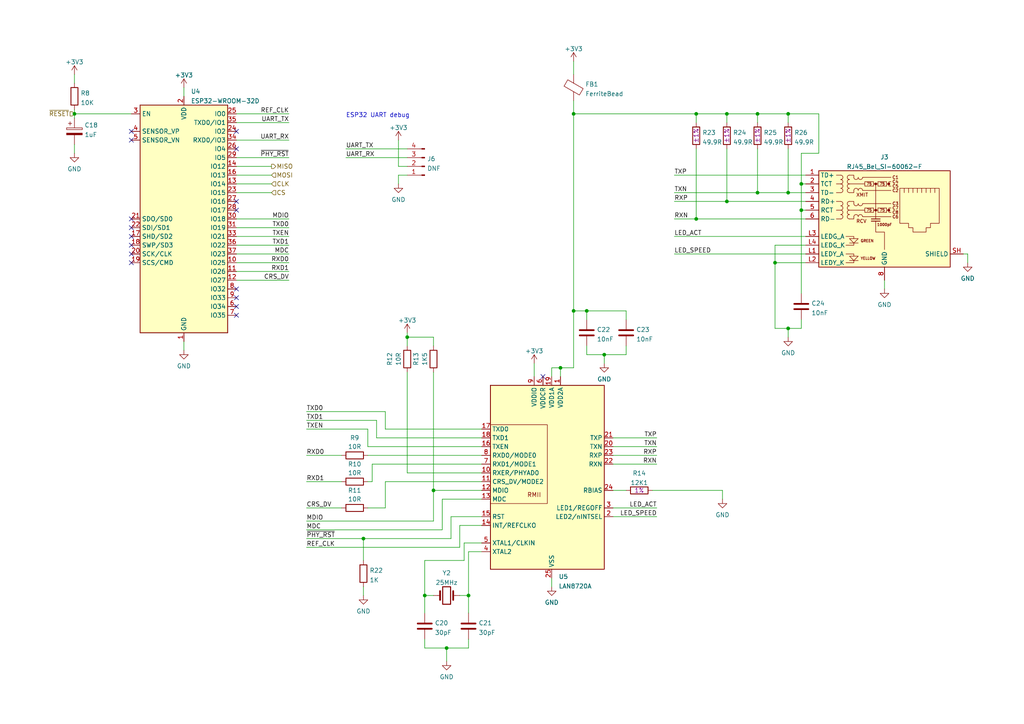
<source format=kicad_sch>
(kicad_sch (version 20211123) (generator eeschema)
  (paper "A4")
  (title_block (title "Main Board") (date "2022-03-18") (rev "V1.1.0") (company "Matthew Nickson") (comment 1 "Licence: CC-BY-SA-4.0"))
  (lib_symbols
    (symbol "Connector:Conn_01x04_Male" (pin_names (offset 1.016) hide)
      (property "Reference" "J" (at 0 5.08 0))
      (property "Value" "Conn_01x04_Male" (at 0 -7.62 0))
      (symbol "Conn_01x04_Male_1_1"
        (polyline (pts (xy 1.27 -5.08) (xy 0.8636 -5.08)) (stroke (width 0.1524)))
        (polyline (pts (xy 1.27 -2.54) (xy 0.8636 -2.54)) (stroke (width 0.1524)))
        (polyline (pts (xy 1.27 0) (xy 0.8636 0)) (stroke (width 0.1524)))
        (polyline (pts (xy 1.27 2.54) (xy 0.8636 2.54)) (stroke (width 0.1524)))
        (rectangle (start 0.8636 -4.953) (end 0 -5.207) (stroke (width 0.1524)) (fill (type outline)))
        (rectangle (start 0.8636 -2.413) (end 0 -2.667) (stroke (width 0.1524)) (fill (type outline)))
        (rectangle (start 0.8636 0.127) (end 0 -0.127) (stroke (width 0.1524)) (fill (type outline)))
        (rectangle (start 0.8636 2.667) (end 0 2.413) (stroke (width 0.1524)) (fill (type outline)))
        (pin passive line (at 5.08 2.54 180) (length 3.81) (name "Pin_1") (number "1"))
        (pin passive line (at 5.08 0 180) (length 3.81) (name "Pin_2") (number "2"))
        (pin passive line (at 5.08 -2.54 180) (length 3.81) (name "Pin_3") (number "3"))
        (pin passive line (at 5.08 -5.08 180) (length 3.81) (name "Pin_4") (number "4"))
      )
    )
    (symbol "Connector:RJ45_Bel_SI-60062-F"
      (property "Reference" "J" (at 19.05 15.24 0))
      (property "Value" "RJ45_Bel_SI-60062-F" (at -19.05 15.24 0))
      (symbol "RJ45_Bel_SI-60062-F_0_0"
        (circle (center -2.54 2.54) (radius 0.254) (stroke (width 0.254)) (fill (type outline)))
        (circle (center -2.54 10.16) (radius 0.254) (stroke (width 0.254)) (fill (type outline)))
        (polyline (pts (xy -7.62 -12.065) (xy -10.16 -12.065)))
        (polyline (pts (xy -7.62 -6.985) (xy -10.16 -6.985)))
        (polyline (pts (xy -2.54 10.16) (xy -2.54 0)))
        (polyline (pts (xy -1.27 -0.635) (xy -3.81 -0.635)) (stroke (width 0.254)))
        (polyline (pts (xy -1.27 0) (xy -3.81 0)) (stroke (width 0.254)))
        (polyline (pts (xy 1.27 2.54) (xy 0.635 2.54)))
        (polyline (pts (xy 1.27 10.16) (xy 0.635 10.16)))
        (polyline (pts (xy -11.176 -12.7) (xy -8.89 -12.7) (xy -8.89 -12.065)))
        (polyline (pts (xy -11.176 -10.16) (xy -8.89 -10.16) (xy -8.89 -10.795)))
        (polyline (pts (xy -11.176 -5.08) (xy -8.89 -5.08) (xy -8.89 -5.715)))
        (polyline (pts (xy -8.89 -6.985) (xy -8.89 -7.62) (xy -11.176 -7.62)))
        (polyline (pts (xy -10.16 -5.715) (xy -7.62 -5.715) (xy -8.89 -6.985) (xy -10.16 -5.715)))
        (polyline (pts (xy -7.62 -10.795) (xy -10.16 -10.795) (xy -8.89 -12.065) (xy -7.62 -10.795)))
        (polyline (pts (xy -2.54 -0.635) (xy -2.54 -3.81) (xy 0 -3.81) (xy 0 -8.89)))
        (polyline (pts (xy 1.905 3.175) (xy 1.27 3.175) (xy 1.27 1.905) (xy 1.905 1.905)))
        (polyline (pts (xy 1.905 10.795) (xy 1.27 10.795) (xy 1.27 9.525) (xy 1.905 9.525)))
        (circle (center 1.27 2.54) (radius 0.254) (stroke (width 0.254)) (fill (type outline)))
        (circle (center 1.27 10.16) (radius 0.254) (stroke (width 0.254)) (fill (type outline)))
        (text "1000pF" (at 0 -1.651 0) (effects (font (size 0.762 0.762))))
        (text "75" (at -4.445 2.54 0) (effects (font (size 0.762 0.762))))
        (text "75" (at -4.445 10.16 0) (effects (font (size 0.762 0.762))))
        (text "75" (at -0.635 2.54 0) (effects (font (size 0.762 0.762))))
        (text "75" (at -0.635 10.16 0) (effects (font (size 0.762 0.762))))
        (text "C1" (at 3.175 12.065 0) (effects (font (size 0.889 0.889))))
        (text "C2" (at 3.175 8.255 0) (effects (font (size 0.889 0.889))))
        (text "C3" (at 3.175 4.445 0) (effects (font (size 0.889 0.889))))
        (text "C4" (at 3.175 10.795 0) (effects (font (size 0.889 0.889))))
        (text "C5" (at 3.175 9.525 0) (effects (font (size 0.889 0.889))))
        (text "C6" (at 3.175 0.635 0) (effects (font (size 0.889 0.889))))
        (text "C7" (at 3.175 3.175 0) (effects (font (size 0.889 0.889))))
        (text "C8" (at 3.175 1.905 0) (effects (font (size 0.889 0.889))))
        (text "GREEN" (at -6.985 -6.35 0) (effects (font (size 0.762 0.762)) (justify left)))
        (text "RCV" (at -8.255 -0.635 0) (effects (font (size 1.016 1.016)) (justify left)))
        (text "XMIT" (at -8.255 6.985 0) (effects (font (size 1.016 1.016)) (justify left)))
        (text "YELLOW" (at -6.985 -11.43 0) (effects (font (size 0.762 0.762)) (justify left)))
      )
      (symbol "RJ45_Bel_SI-60062-F_0_1"
        (rectangle (start -19.05 -13.97) (end 19.05 13.97) (stroke (width 0.254)) (fill (type background)))
        (arc (start -12.7 0) (mid -12.065 0.635) (end -12.7 1.27))
        (arc (start -12.7 1.27) (mid -12.065 1.905) (end -12.7 2.54))
        (arc (start -12.7 2.54) (mid -12.065 3.175) (end -12.7 3.81))
        (arc (start -12.7 3.81) (mid -12.065 4.445) (end -12.7 5.08))
        (arc (start -12.7 7.62) (mid -12.065 8.255) (end -12.7 8.89))
        (arc (start -12.7 8.89) (mid -12.065 9.525) (end -12.7 10.16))
        (arc (start -12.7 10.16) (mid -12.065 10.795) (end -12.7 11.43))
        (arc (start -12.7 11.43) (mid -12.065 12.065) (end -12.7 12.7))
        (arc (start -10.16 1.27) (mid -10.795 0.635) (end -10.16 0))
        (arc (start -10.16 2.54) (mid -10.795 1.905) (end -10.16 1.27))
        (arc (start -10.16 3.81) (mid -10.795 3.175) (end -10.16 2.54))
        (arc (start -10.16 5.08) (mid -10.795 4.445) (end -10.16 3.81))
        (arc (start -10.16 8.89) (mid -10.795 8.255) (end -10.16 7.62))
        (arc (start -10.16 10.16) (mid -10.795 9.525) (end -10.16 8.89))
        (arc (start -10.16 11.43) (mid -10.795 10.795) (end -10.16 10.16))
        (arc (start -10.16 12.7) (mid -10.795 12.065) (end -10.16 11.43))
        (arc (start -8.89 4.445) (mid -8.255 3.81) (end -7.62 4.445))
        (arc (start -8.89 12.065) (mid -8.255 11.43) (end -7.62 12.065))
        (arc (start -7.62 0.635) (mid -8.255 1.27) (end -8.89 0.635))
        (arc (start -7.62 4.445) (mid -6.985 3.81) (end -6.35 4.445))
        (arc (start -7.62 8.255) (mid -8.255 8.89) (end -8.89 8.255))
        (arc (start -7.62 12.065) (mid -6.985 11.43) (end -6.35 12.065))
        (arc (start -6.35 0.635) (mid -6.985 1.27) (end -7.62 0.635))
        (arc (start -6.35 8.255) (mid -6.985 8.89) (end -7.62 8.255))
        (rectangle (start -5.715 3.175) (end -3.175 1.905))
        (rectangle (start -5.715 10.795) (end -3.175 9.525))
        (rectangle (start -1.905 3.175) (end 0.635 1.905))
        (rectangle (start -1.905 10.795) (end 0.635 9.525))
        (polyline (pts (xy -12.7 0) (xy -13.97 0)))
        (polyline (pts (xy -12.7 2.54) (xy -13.97 2.54)))
        (polyline (pts (xy -12.7 5.08) (xy -13.97 5.08)))
        (polyline (pts (xy -12.7 7.62) (xy -13.97 7.62)))
        (polyline (pts (xy -12.7 10.16) (xy -13.97 10.16)))
        (polyline (pts (xy -12.7 12.7) (xy -13.97 12.7)))
        (polyline (pts (xy -6.35 0.635) (xy 1.905 0.635)))
        (polyline (pts (xy -6.35 4.445) (xy 1.905 4.445)))
        (polyline (pts (xy -6.35 8.255) (xy 1.905 8.255)))
        (polyline (pts (xy -6.35 12.065) (xy 1.905 12.065)))
        (polyline (pts (xy -5.715 2.54) (xy -10.16 2.54)))
        (polyline (pts (xy -5.715 10.16) (xy -10.16 10.16)))
        (polyline (pts (xy -3.175 2.54) (xy -1.905 2.54)))
        (polyline (pts (xy -3.175 10.16) (xy -1.905 10.16)))
        (polyline (pts (xy 5.715 7.62) (xy 5.715 8.89)))
        (polyline (pts (xy 6.985 8.89) (xy 6.985 7.62)))
        (polyline (pts (xy 8.255 8.89) (xy 8.255 7.62)))
        (polyline (pts (xy 9.525 8.89) (xy 9.525 7.62)))
        (polyline (pts (xy 10.795 8.89) (xy 10.795 7.62)))
        (polyline (pts (xy 12.065 8.89) (xy 12.065 7.62)))
        (polyline (pts (xy 13.335 7.62) (xy 13.335 8.89)))
        (polyline (pts (xy 14.605 7.62) (xy 14.605 8.89)))
        (polyline (pts (xy -10.16 5.08) (xy -8.89 5.08) (xy -8.89 4.445)))
        (polyline (pts (xy -10.16 12.7) (xy -8.89 12.7) (xy -8.89 12.065)))
        (polyline (pts (xy -8.89 0.635) (xy -8.89 0) (xy -10.16 0)))
        (polyline (pts (xy -8.89 8.255) (xy -8.89 7.62) (xy -10.16 7.62)))
        (polyline (pts (xy 4.445 8.89) (xy 15.875 8.89) (xy 15.875 -1.27) (xy 13.335 -1.27) (xy 13.335 -2.54) (xy 12.065 -2.54) (xy 12.065 -3.81) (xy 8.255 -3.81) (xy 8.255 -2.54) (xy 6.985 -2.54) (xy 6.985 -1.27) (xy 4.445 -1.27) (xy 4.445 8.89)))
      )
      (symbol "RJ45_Bel_SI-60062-F_1_1"
        (pin passive line (at -22.86 12.7 0) (length 3.81) (name "TD+") (number "1"))
        (pin passive line (at -22.86 10.16 0) (length 3.81) (name "TCT") (number "2"))
        (pin passive line (at -22.86 7.62 0) (length 3.81) (name "TD-") (number "3"))
        (pin passive line (at -22.86 5.08 0) (length 3.81) (name "RD+") (number "4"))
        (pin passive line (at -22.86 2.54 0) (length 3.81) (name "RCT") (number "5"))
        (pin passive line (at -22.86 0 0) (length 3.81) (name "RD-") (number "6"))
        (pin no_connect line (at 5.08 -5.08 0) (length 0) hide (name "NC") (number "7"))
        (pin power_in line (at 0 -17.78 90) (length 3.81) (name "GND") (number "8"))
        (pin passive line (at -22.86 -10.16 0) (length 3.81) (name "LEDY_A") (number "L1"))
        (pin passive line (at -22.86 -12.7 0) (length 3.81) (name "LEDY_K") (number "L2"))
        (pin passive line (at -22.86 -5.08 0) (length 3.81) (name "LEDG_A") (number "L3"))
        (pin passive line (at -22.86 -7.62 0) (length 3.81) (name "LEDG_K") (number "L4"))
        (pin passive line (at 22.86 -10.16 180) (length 3.81) (name "SHIELD") (number "SH"))
      )
    )
    (symbol "Device:C" (pin_numbers hide) (pin_names (offset 0.254))
      (property "Reference" "C" (at 0.635 2.54 0))
      (property "Value" "C" (at 0.635 -2.54 0))
      (symbol "C_0_1"
        (polyline (pts (xy -2.032 -0.762) (xy 2.032 -0.762)) (stroke (width 0.508)))
        (polyline (pts (xy -2.032 0.762) (xy 2.032 0.762)) (stroke (width 0.508)))
      )
      (symbol "C_1_1"
        (pin passive line (at 0 3.81 270) (length 2.794) (name "~") (number "1"))
        (pin passive line (at 0 -3.81 90) (length 2.794) (name "~") (number "2"))
      )
    )
    (symbol "Device:C_Polarized" (pin_numbers hide) (pin_names (offset 0.254))
      (property "Reference" "C" (at 0.635 2.54 0))
      (property "Value" "C_Polarized" (at 0.635 -2.54 0))
      (symbol "C_Polarized_0_1"
        (rectangle (start -2.286 0.508) (end 2.286 1.016))
        (polyline (pts (xy -1.778 2.286) (xy -0.762 2.286)))
        (polyline (pts (xy -1.27 2.794) (xy -1.27 1.778)))
        (rectangle (start 2.286 -0.508) (end -2.286 -1.016) (fill (type outline)))
      )
      (symbol "C_Polarized_1_1"
        (pin passive line (at 0 3.81 270) (length 2.794) (name "~") (number "1"))
        (pin passive line (at 0 -3.81 90) (length 2.794) (name "~") (number "2"))
      )
    )
    (symbol "Device:Crystal" (pin_numbers hide) (pin_names (offset 1.016) hide)
      (property "Reference" "Y" (at 0 3.81 0))
      (property "Value" "Crystal" (at 0 -3.81 0))
      (symbol "Crystal_0_1"
        (rectangle (start -1.143 2.54) (end 1.143 -2.54) (stroke (width 0.3048)))
        (polyline (pts (xy -2.54 0) (xy -1.905 0)))
        (polyline (pts (xy -1.905 -1.27) (xy -1.905 1.27)) (stroke (width 0.508)))
        (polyline (pts (xy 1.905 -1.27) (xy 1.905 1.27)) (stroke (width 0.508)))
        (polyline (pts (xy 2.54 0) (xy 1.905 0)))
      )
      (symbol "Crystal_1_1"
        (pin passive line (at -3.81 0 0) (length 1.27) (name "1") (number "1"))
        (pin passive line (at 3.81 0 180) (length 1.27) (name "2") (number "2"))
      )
    )
    (symbol "Device:FerriteBead" (pin_numbers hide) (pin_names (offset 0))
      (property "Reference" "FB" (at -3.81 0.635 90))
      (property "Value" "FerriteBead" (at 3.81 0 90))
      (symbol "FerriteBead_0_1"
        (polyline (pts (xy 0 -1.27) (xy 0 -1.2192)))
        (polyline (pts (xy 0 1.27) (xy 0 1.2954)))
        (polyline (pts (xy -2.7686 0.4064) (xy -1.7018 2.2606) (xy 2.7686 -0.3048) (xy 1.6764 -2.159) (xy -2.7686 0.4064)))
      )
      (symbol "FerriteBead_1_1"
        (pin passive line (at 0 3.81 270) (length 2.54) (name "~") (number "1"))
        (pin passive line (at 0 -3.81 90) (length 2.54) (name "~") (number "2"))
      )
    )
    (symbol "Device:R" (pin_numbers hide) (pin_names (offset 0))
      (property "Reference" "R" (at 2.032 0 90))
      (property "Value" "R" (at 0 0 90))
      (symbol "R_0_1"
        (rectangle (start -1.016 -2.54) (end 1.016 2.54) (stroke (width 0.254)))
      )
      (symbol "R_1_1"
        (pin passive line (at 0 3.81 270) (length 1.27) (name "~") (number "1"))
        (pin passive line (at 0 -3.81 90) (length 1.27) (name "~") (number "2"))
      )
    )
    (symbol "Interface_Ethernet:LAN8720A"
      (property "Reference" "U" (at -13.97 29.21 0))
      (property "Value" "LAN8720A" (at 15.24 29.21 0))
      (symbol "LAN8720A_0_0"
        (text "RMII" (at -5.08 -3.81 0) (effects (font (size 1.27 1.27))))
      )
      (symbol "LAN8720A_0_1"
        (rectangle (start -17.78 27.94) (end 15.24 -25.4) (stroke (width 0.254)) (fill (type background)))
        (polyline (pts (xy -17.78 -6.35) (xy -1.27 -6.35) (xy -1.27 16.51) (xy -17.78 16.51)))
      )
      (symbol "LAN8720A_1_1"
        (pin power_in line (at 2.54 30.48 270) (length 2.54) (name "VDD2A") (number "1"))
        (pin output line (at -20.32 2.54 0) (length 2.54) (name "RXER/PHYAD0") (number "10"))
        (pin output line (at -20.32 0 0) (length 2.54) (name "CRS_DV/MODE2") (number "11"))
        (pin bidirectional line (at -20.32 -2.54 0) (length 2.54) (name "MDIO") (number "12"))
        (pin input line (at -20.32 -5.08 0) (length 2.54) (name "MDC") (number "13"))
        (pin output line (at -20.32 -12.7 0) (length 2.54) (name "INT/REFCLKO") (number "14"))
        (pin input line (at -20.32 -10.16 0) (length 2.54) (name "RST") (number "15"))
        (pin input line (at -20.32 10.16 0) (length 2.54) (name "TXEN") (number "16"))
        (pin input line (at -20.32 15.24 0) (length 2.54) (name "TXD0") (number "17"))
        (pin input line (at -20.32 12.7 0) (length 2.54) (name "TXD1") (number "18"))
        (pin power_in line (at 0 30.48 270) (length 2.54) (name "VDD1A") (number "19"))
        (pin bidirectional line (at 17.78 -10.16 180) (length 2.54) (name "LED2/nINTSEL") (number "2"))
        (pin output line (at 17.78 10.16 180) (length 2.54) (name "TXN") (number "20"))
        (pin output line (at 17.78 12.7 180) (length 2.54) (name "TXP") (number "21"))
        (pin output line (at 17.78 5.08 180) (length 2.54) (name "RXN") (number "22"))
        (pin output line (at 17.78 7.62 180) (length 2.54) (name "RXP") (number "23"))
        (pin input line (at 17.78 -2.54 180) (length 2.54) (name "RBIAS") (number "24"))
        (pin power_in line (at 0 -27.94 90) (length 2.54) (name "VSS") (number "25"))
        (pin bidirectional line (at 17.78 -7.62 180) (length 2.54) (name "LED1/REGOFF") (number "3"))
        (pin passive line (at -20.32 -20.32 0) (length 2.54) (name "XTAL2") (number "4"))
        (pin passive line (at -20.32 -17.78 0) (length 2.54) (name "XTAL1/CLKIN") (number "5"))
        (pin power_in line (at -2.54 30.48 270) (length 2.54) (name "VDDCR") (number "6"))
        (pin output line (at -20.32 5.08 0) (length 2.54) (name "RXD1/MODE1") (number "7"))
        (pin output line (at -20.32 7.62 0) (length 2.54) (name "RXD0/MODE0") (number "8"))
        (pin power_in line (at -5.08 30.48 270) (length 2.54) (name "VDDIO") (number "9"))
      )
    )
    (symbol "RF_Module:ESP32-WROOM-32D"
      (property "Reference" "U" (at -12.7 34.29 0))
      (property "Value" "ESP32-WROOM-32D" (at 1.27 34.29 0))
      (symbol "ESP32-WROOM-32D_0_1"
        (rectangle (start -12.7 33.02) (end 12.7 -33.02) (stroke (width 0.254)) (fill (type background)))
      )
      (symbol "ESP32-WROOM-32D_1_1"
        (pin power_in line (at 0 -35.56 90) (length 2.54) (name "GND") (number "1"))
        (pin bidirectional line (at 15.24 -12.7 180) (length 2.54) (name "IO25") (number "10"))
        (pin bidirectional line (at 15.24 -15.24 180) (length 2.54) (name "IO26") (number "11"))
        (pin bidirectional line (at 15.24 -17.78 180) (length 2.54) (name "IO27") (number "12"))
        (pin bidirectional line (at 15.24 10.16 180) (length 2.54) (name "IO14") (number "13"))
        (pin bidirectional line (at 15.24 15.24 180) (length 2.54) (name "IO12") (number "14"))
        (pin passive line (at 0 -35.56 90) (length 2.54) hide (name "GND") (number "15"))
        (pin bidirectional line (at 15.24 12.7 180) (length 2.54) (name "IO13") (number "16"))
        (pin bidirectional line (at -15.24 -5.08 0) (length 2.54) (name "SHD/SD2") (number "17"))
        (pin bidirectional line (at -15.24 -7.62 0) (length 2.54) (name "SWP/SD3") (number "18"))
        (pin bidirectional line (at -15.24 -12.7 0) (length 2.54) (name "SCS/CMD") (number "19"))
        (pin power_in line (at 0 35.56 270) (length 2.54) (name "VDD") (number "2"))
        (pin bidirectional line (at -15.24 -10.16 0) (length 2.54) (name "SCK/CLK") (number "20"))
        (pin bidirectional line (at -15.24 0 0) (length 2.54) (name "SDO/SD0") (number "21"))
        (pin bidirectional line (at -15.24 -2.54 0) (length 2.54) (name "SDI/SD1") (number "22"))
        (pin bidirectional line (at 15.24 7.62 180) (length 2.54) (name "IO15") (number "23"))
        (pin bidirectional line (at 15.24 25.4 180) (length 2.54) (name "IO2") (number "24"))
        (pin bidirectional line (at 15.24 30.48 180) (length 2.54) (name "IO0") (number "25"))
        (pin bidirectional line (at 15.24 20.32 180) (length 2.54) (name "IO4") (number "26"))
        (pin bidirectional line (at 15.24 5.08 180) (length 2.54) (name "IO16") (number "27"))
        (pin bidirectional line (at 15.24 2.54 180) (length 2.54) (name "IO17") (number "28"))
        (pin bidirectional line (at 15.24 17.78 180) (length 2.54) (name "IO5") (number "29"))
        (pin input line (at -15.24 30.48 0) (length 2.54) (name "EN") (number "3"))
        (pin bidirectional line (at 15.24 0 180) (length 2.54) (name "IO18") (number "30"))
        (pin bidirectional line (at 15.24 -2.54 180) (length 2.54) (name "IO19") (number "31"))
        (pin no_connect line (at -12.7 -27.94 0) (length 2.54) hide (name "NC") (number "32"))
        (pin bidirectional line (at 15.24 -5.08 180) (length 2.54) (name "IO21") (number "33"))
        (pin bidirectional line (at 15.24 22.86 180) (length 2.54) (name "RXD0/IO3") (number "34"))
        (pin bidirectional line (at 15.24 27.94 180) (length 2.54) (name "TXD0/IO1") (number "35"))
        (pin bidirectional line (at 15.24 -7.62 180) (length 2.54) (name "IO22") (number "36"))
        (pin bidirectional line (at 15.24 -10.16 180) (length 2.54) (name "IO23") (number "37"))
        (pin passive line (at 0 -35.56 90) (length 2.54) hide (name "GND") (number "38"))
        (pin passive line (at 0 -35.56 90) (length 2.54) hide (name "GND") (number "39"))
        (pin input line (at -15.24 25.4 0) (length 2.54) (name "SENSOR_VP") (number "4"))
        (pin input line (at -15.24 22.86 0) (length 2.54) (name "SENSOR_VN") (number "5"))
        (pin input line (at 15.24 -25.4 180) (length 2.54) (name "IO34") (number "6"))
        (pin input line (at 15.24 -27.94 180) (length 2.54) (name "IO35") (number "7"))
        (pin bidirectional line (at 15.24 -20.32 180) (length 2.54) (name "IO32") (number "8"))
        (pin bidirectional line (at 15.24 -22.86 180) (length 2.54) (name "IO33") (number "9"))
      )
    )
    (symbol "power:+3V3" (power) (pin_names (offset 0))
      (property "Value" "+3V3" (at 0 3.556 0))
      (symbol "+3V3_0_1"
        (polyline (pts (xy -0.762 1.27) (xy 0 2.54)))
        (polyline (pts (xy 0 0) (xy 0 2.54)))
        (polyline (pts (xy 0 2.54) (xy 0.762 1.27)))
      )
      (symbol "+3V3_1_1"
        (pin power_in line (at 0 0 90) (length 0) hide (name "+3V3") (number "1"))
      )
    )
    (symbol "power:GND" (power) (pin_names (offset 0))
      (property "Value" "GND" (at 0 -3.81 0))
      (symbol "GND_0_1"
        (polyline (pts (xy 0 0) (xy 0 -1.27) (xy 1.27 -1.27) (xy 0 -2.54) (xy -1.27 -1.27) (xy 0 -1.27)))
      )
      (symbol "GND_1_1"
        (pin power_in line (at 0 0 270) (length 0) hide (name "GND") (number "1"))
      )
    )
  )
  (junction (at 210.82 58.42))
  (junction (at 129.54 187.96))
  (junction (at 228.6 95.25))
  (junction (at 123.19 172.72))
  (junction (at 162.56 106.68))
  (junction (at 219.71 55.88))
  (junction (at 228.6 55.88))
  (junction (at 201.93 63.5))
  (junction (at 125.73 142.24))
  (junction (at 210.82 33.02))
  (junction (at 219.71 33.02))
  (junction (at 135.89 172.72))
  (junction (at 21.59 33.02))
  (junction (at 224.79 76.2))
  (junction (at 175.26 102.87))
  (junction (at 166.37 90.17))
  (junction (at 170.18 90.17))
  (junction (at 118.11 97.79))
  (junction (at 105.41 156.21))
  (junction (at 166.37 33.02))
  (junction (at 232.41 60.96))
  (junction (at 201.93 33.02))
  (junction (at 228.6 33.02))
  (junction (at 232.41 53.34))
  (no_connect (at 68.58 60.96))
  (no_connect (at 68.58 83.82))
  (no_connect (at 68.58 86.36))
  (no_connect (at 68.58 88.9))
  (no_connect (at 68.58 91.44))
  (no_connect (at 68.58 58.42))
  (no_connect (at 157.48 109.22))
  (no_connect (at 68.58 38.1))
  (no_connect (at 68.58 43.18))
  (no_connect (at 38.1 40.64))
  (no_connect (at 38.1 38.1))
  (no_connect (at 38.1 73.66))
  (no_connect (at 38.1 71.12))
  (no_connect (at 38.1 76.2))
  (no_connect (at 38.1 68.58))
  (no_connect (at 38.1 66.04))
  (no_connect (at 38.1 63.5))
  (wire (pts (xy 210.82 33.02) (xy 201.93 33.02)))
  (wire (pts (xy 160.02 106.68) (xy 160.02 109.22)))
  (wire (pts (xy 118.11 107.95) (xy 118.11 137.16)))
  (wire (pts (xy 21.59 41.91) (xy 21.59 44.45)))
  (wire (pts (xy 166.37 106.68) (xy 162.56 106.68)))
  (wire (pts (xy 195.58 68.58) (xy 233.68 68.58)))
  (wire (pts (xy 177.8 129.54) (xy 190.5 129.54)))
  (wire (pts (xy 111.76 139.7) (xy 139.7 139.7)))
  (wire (pts (xy 189.23 142.24) (xy 209.55 142.24)))
  (wire (pts (xy 139.7 127) (xy 109.22 127)))
  (wire (pts (xy 175.26 102.87) (xy 181.61 102.87)))
  (wire (pts (xy 177.8 132.08) (xy 190.5 132.08)))
  (wire (pts (xy 175.26 102.87) (xy 175.26 105.41)))
  (wire (pts (xy 125.73 107.95) (xy 125.73 142.24)))
  (wire (pts (xy 133.35 152.4) (xy 133.35 158.75)))
  (wire (pts (xy 100.33 43.18) (xy 118.11 43.18)))
  (wire (pts (xy 68.58 63.5) (xy 83.82 63.5)))
  (wire (pts (xy 107.95 134.62) (xy 139.7 134.62)))
  (wire (pts (xy 106.68 129.54) (xy 106.68 124.46)))
  (wire (pts (xy 106.68 132.08) (xy 139.7 132.08)))
  (wire (pts (xy 68.58 48.26) (xy 78.74 48.26)))
  (wire (pts (xy 68.58 55.88) (xy 78.74 55.88)))
  (wire (pts (xy 210.82 33.02) (xy 210.82 35.56)))
  (wire (pts (xy 88.9 147.32) (xy 99.06 147.32)))
  (wire (pts (xy 88.9 139.7) (xy 99.06 139.7)))
  (wire (pts (xy 139.7 157.48) (xy 134.62 157.48)))
  (wire (pts (xy 88.9 132.08) (xy 99.06 132.08)))
  (wire (pts (xy 280.67 73.66) (xy 280.67 76.2)))
  (wire (pts (xy 224.79 76.2) (xy 233.68 76.2)))
  (wire (pts (xy 123.19 162.56) (xy 123.19 172.72)))
  (wire (pts (xy 123.19 187.96) (xy 129.54 187.96)))
  (wire (pts (xy 232.41 95.25) (xy 228.6 95.25)))
  (wire (pts (xy 68.58 50.8) (xy 78.74 50.8)))
  (wire (pts (xy 106.68 147.32) (xy 111.76 147.32)))
  (wire (pts (xy 135.89 160.02) (xy 135.89 172.72)))
  (wire (pts (xy 109.22 127) (xy 109.22 121.92)))
  (wire (pts (xy 228.6 55.88) (xy 233.68 55.88)))
  (wire (pts (xy 128.27 144.78) (xy 139.7 144.78)))
  (wire (pts (xy 177.8 134.62) (xy 190.5 134.62)))
  (wire (pts (xy 232.41 44.45) (xy 232.41 53.34)))
  (wire (pts (xy 177.8 149.86) (xy 190.5 149.86)))
  (wire (pts (xy 68.58 76.2) (xy 83.82 76.2)))
  (wire (pts (xy 68.58 71.12) (xy 83.82 71.12)))
  (wire (pts (xy 68.58 45.72) (xy 83.82 45.72)))
  (wire (pts (xy 130.81 149.86) (xy 139.7 149.86)))
  (wire (pts (xy 111.76 124.46) (xy 111.76 119.38)))
  (wire (pts (xy 21.59 33.02) (xy 21.59 34.29)))
  (wire (pts (xy 68.58 53.34) (xy 78.74 53.34)))
  (wire (pts (xy 170.18 100.33) (xy 170.18 102.87)))
  (wire (pts (xy 237.49 33.02) (xy 237.49 44.45)))
  (wire (pts (xy 166.37 17.78) (xy 166.37 21.59)))
  (wire (pts (xy 224.79 76.2) (xy 224.79 95.25)))
  (wire (pts (xy 232.41 60.96) (xy 232.41 85.09)))
  (wire (pts (xy 53.34 99.06) (xy 53.34 101.6)))
  (wire (pts (xy 195.58 55.88) (xy 219.71 55.88)))
  (wire (pts (xy 219.71 43.18) (xy 219.71 55.88)))
  (wire (pts (xy 210.82 58.42) (xy 233.68 58.42)))
  (wire (pts (xy 105.41 170.18) (xy 105.41 172.72)))
  (wire (pts (xy 237.49 33.02) (xy 228.6 33.02)))
  (wire (pts (xy 233.68 60.96) (xy 232.41 60.96)))
  (wire (pts (xy 125.73 97.79) (xy 118.11 97.79)))
  (wire (pts (xy 123.19 172.72) (xy 123.19 177.8)))
  (wire (pts (xy 68.58 81.28) (xy 83.82 81.28)))
  (wire (pts (xy 181.61 102.87) (xy 181.61 100.33)))
  (wire (pts (xy 134.62 157.48) (xy 134.62 162.56)))
  (wire (pts (xy 100.33 45.72) (xy 118.11 45.72)))
  (wire (pts (xy 162.56 106.68) (xy 162.56 109.22)))
  (wire (pts (xy 177.8 127) (xy 190.5 127)))
  (wire (pts (xy 160.02 167.64) (xy 160.02 170.18)))
  (wire (pts (xy 228.6 33.02) (xy 228.6 35.56)))
  (wire (pts (xy 105.41 156.21) (xy 105.41 162.56)))
  (wire (pts (xy 107.95 139.7) (xy 107.95 134.62)))
  (wire (pts (xy 219.71 33.02) (xy 219.71 35.56)))
  (wire (pts (xy 210.82 43.18) (xy 210.82 58.42)))
  (wire (pts (xy 135.89 172.72) (xy 135.89 177.8)))
  (wire (pts (xy 195.58 63.5) (xy 201.93 63.5)))
  (wire (pts (xy 195.58 50.8) (xy 233.68 50.8)))
  (wire (pts (xy 88.9 158.75) (xy 133.35 158.75)))
  (wire (pts (xy 68.58 40.64) (xy 83.82 40.64)))
  (wire (pts (xy 118.11 97.79) (xy 118.11 100.33)))
  (wire (pts (xy 125.73 142.24) (xy 139.7 142.24)))
  (wire (pts (xy 135.89 172.72) (xy 133.35 172.72)))
  (wire (pts (xy 201.93 33.02) (xy 201.93 35.56)))
  (wire (pts (xy 195.58 58.42) (xy 210.82 58.42)))
  (wire (pts (xy 219.71 33.02) (xy 210.82 33.02)))
  (wire (pts (xy 228.6 33.02) (xy 219.71 33.02)))
  (wire (pts (xy 68.58 35.56) (xy 83.82 35.56)))
  (wire (pts (xy 88.9 124.46) (xy 106.68 124.46)))
  (wire (pts (xy 166.37 29.21) (xy 166.37 33.02)))
  (wire (pts (xy 68.58 66.04) (xy 83.82 66.04)))
  (wire (pts (xy 135.89 187.96) (xy 135.89 185.42)))
  (wire (pts (xy 170.18 102.87) (xy 175.26 102.87)))
  (wire (pts (xy 118.11 137.16) (xy 139.7 137.16)))
  (wire (pts (xy 128.27 153.67) (xy 128.27 144.78)))
  (wire (pts (xy 134.62 162.56) (xy 123.19 162.56)))
  (wire (pts (xy 228.6 95.25) (xy 228.6 97.79)))
  (wire (pts (xy 139.7 124.46) (xy 111.76 124.46)))
  (wire (pts (xy 162.56 106.68) (xy 160.02 106.68)))
  (wire (pts (xy 125.73 100.33) (xy 125.73 97.79)))
  (wire (pts (xy 232.41 92.71) (xy 232.41 95.25)))
  (wire (pts (xy 109.22 121.92) (xy 88.9 121.92)))
  (wire (pts (xy 115.57 40.64) (xy 115.57 48.26)))
  (wire (pts (xy 53.34 25.4) (xy 53.34 27.94)))
  (wire (pts (xy 170.18 90.17) (xy 170.18 92.71)))
  (wire (pts (xy 170.18 90.17) (xy 181.61 90.17)))
  (wire (pts (xy 125.73 151.13) (xy 125.73 142.24)))
  (wire (pts (xy 68.58 73.66) (xy 83.82 73.66)))
  (wire (pts (xy 88.9 156.21) (xy 105.41 156.21)))
  (wire (pts (xy 68.58 78.74) (xy 83.82 78.74)))
  (wire (pts (xy 21.59 31.75) (xy 21.59 33.02)))
  (wire (pts (xy 115.57 53.34) (xy 115.57 50.8)))
  (wire (pts (xy 139.7 129.54) (xy 106.68 129.54)))
  (wire (pts (xy 201.93 63.5) (xy 233.68 63.5)))
  (wire (pts (xy 224.79 95.25) (xy 228.6 95.25)))
  (wire (pts (xy 256.54 81.28) (xy 256.54 83.82)))
  (wire (pts (xy 135.89 160.02) (xy 139.7 160.02)))
  (wire (pts (xy 224.79 71.12) (xy 224.79 76.2)))
  (wire (pts (xy 139.7 152.4) (xy 133.35 152.4)))
  (wire (pts (xy 166.37 90.17) (xy 166.37 106.68)))
  (wire (pts (xy 129.54 187.96) (xy 129.54 191.77)))
  (wire (pts (xy 279.4 73.66) (xy 280.67 73.66)))
  (wire (pts (xy 111.76 119.38) (xy 88.9 119.38)))
  (wire (pts (xy 233.68 71.12) (xy 224.79 71.12)))
  (wire (pts (xy 201.93 43.18) (xy 201.93 63.5)))
  (wire (pts (xy 105.41 156.21) (xy 130.81 156.21)))
  (wire (pts (xy 166.37 33.02) (xy 201.93 33.02)))
  (wire (pts (xy 21.59 33.02) (xy 38.1 33.02)))
  (wire (pts (xy 181.61 90.17) (xy 181.61 92.71)))
  (wire (pts (xy 123.19 172.72) (xy 125.73 172.72)))
  (wire (pts (xy 129.54 187.96) (xy 135.89 187.96)))
  (wire (pts (xy 111.76 147.32) (xy 111.76 139.7)))
  (wire (pts (xy 195.58 73.66) (xy 233.68 73.66)))
  (wire (pts (xy 177.8 147.32) (xy 190.5 147.32)))
  (wire (pts (xy 123.19 185.42) (xy 123.19 187.96)))
  (wire (pts (xy 154.94 105.41) (xy 154.94 109.22)))
  (wire (pts (xy 232.41 53.34) (xy 232.41 60.96)))
  (wire (pts (xy 115.57 48.26) (xy 118.11 48.26)))
  (wire (pts (xy 228.6 43.18) (xy 228.6 55.88)))
  (wire (pts (xy 118.11 96.52) (xy 118.11 97.79)))
  (wire (pts (xy 106.68 139.7) (xy 107.95 139.7)))
  (wire (pts (xy 68.58 33.02) (xy 83.82 33.02)))
  (wire (pts (xy 219.71 55.88) (xy 228.6 55.88)))
  (wire (pts (xy 88.9 151.13) (xy 125.73 151.13)))
  (wire (pts (xy 232.41 53.34) (xy 233.68 53.34)))
  (wire (pts (xy 232.41 44.45) (xy 237.49 44.45)))
  (wire (pts (xy 130.81 156.21) (xy 130.81 149.86)))
  (wire (pts (xy 177.8 142.24) (xy 181.61 142.24)))
  (wire (pts (xy 166.37 33.02) (xy 166.37 90.17)))
  (wire (pts (xy 68.58 68.58) (xy 83.82 68.58)))
  (wire (pts (xy 115.57 50.8) (xy 118.11 50.8)))
  (wire (pts (xy 88.9 153.67) (xy 128.27 153.67)))
  (wire (pts (xy 21.59 21.59) (xy 21.59 24.13)))
  (wire (pts (xy 166.37 90.17) (xy 170.18 90.17)))
  (wire (pts (xy 209.55 142.24) (xy 209.55 144.78)))
  (text "ESP32 UART debug" (at 100.33 34.29 0) (effects (font (size 1.27 1.27)) (justify left bottom)))
  (label "TXD0" (at 83.82 66.04 180))
  (label "CRS_DV" (at 88.9 147.32 0))
  (label "TXD0" (at 88.9 119.38 0))
  (label "CRS_DV" (at 83.82 81.28 180))
  (label "TXEN" (at 83.82 68.58 180))
  (label "UART_TX" (at 100.33 43.18 0))
  (label "MDIO" (at 88.9 151.13 0))
  (label "~{PHY_RST}" (at 83.82 45.72 180))
  (label "REF_CLK" (at 83.82 33.02 180))
  (label "RXN" (at 195.58 63.5 0))
  (label "TXP" (at 195.58 50.8 0))
  (label "RXP" (at 190.5 132.08 180))
  (label "TXN" (at 195.58 55.88 0))
  (label "TXN" (at 190.5 129.54 180))
  (label "UART_TX" (at 83.82 35.56 180))
  (label "LED_SPEED" (at 195.58 73.66 0))
  (label "LED_ACT" (at 195.58 68.58 0))
  (label "MDIO" (at 83.82 63.5 180))
  (label "RXD1" (at 83.82 78.74 180))
  (label "RXD0" (at 88.9 132.08 0))
  (label "RXD0" (at 83.82 76.2 180))
  (label "RXD1" (at 88.9 139.7 0))
  (label "TXEN" (at 88.9 124.46 0))
  (label "LED_ACT" (at 190.5 147.32 180))
  (label "RXN" (at 190.5 134.62 180))
  (label "MDC" (at 88.9 153.67 0))
  (label "UART_RX" (at 100.33 45.72 0))
  (label "TXD1" (at 88.9 121.92 0))
  (label "~{PHY_RST}" (at 88.9 156.21 0))
  (label "UART_RX" (at 83.82 40.64 180))
  (label "LED_SPEED" (at 190.5 149.86 180))
  (label "RXP" (at 195.58 58.42 0))
  (label "MDC" (at 83.82 73.66 180))
  (label "TXD1" (at 83.82 71.12 180))
  (label "REF_CLK" (at 88.9 158.75 0))
  (label "TXP" (at 190.5 127 180))
  (hierarchical_label "CS" (shape input) (at 78.74 55.88 0))
  (hierarchical_label "MISO" (shape output) (at 78.74 48.26 0))
  (hierarchical_label "MOSI" (shape input) (at 78.74 50.8 0))
  (hierarchical_label "CLK" (shape input) (at 78.74 53.34 0))
  (hierarchical_label "~{RESET}" (shape input) (at 21.59 33.02 180))
  (symbol (lib_id "Device:R") (at 102.87 132.08 90) (unit 1)
    (property "Reference" "R9" (at 102.87 127 90))
    (property "Value" "10R" (at 102.87 129.54 90))
    (property "Footprint" "Resistor_SMD:R_0805_2012Metric" (effects hide))
  )
  (symbol (lib_id "power:+3V3") (at 118.11 96.52 0) (unit 1)
    (property "Reference" "#PWR028" (effects hide))
    (property "Value" "+3V3" (at 118.11 92.9155 0))
  )
  (symbol (lib_id "power:GND") (at 256.54 83.82 0) (unit 1)
    (property "Reference" "#PWR032" (effects hide))
    (property "Value" "GND" (at 256.54 88.3825 0))
  )
  (symbol (lib_id "Device:R") (at 102.87 147.32 90) (unit 1)
    (property "Reference" "R11" (at 102.87 142.24 90))
    (property "Value" "10R" (at 102.87 144.78 90))
    (property "Footprint" "Resistor_SMD:R_0805_2012Metric" (effects hide))
  )
  (symbol (lib_id "Device:Crystal") (at 129.54 172.72 180) (unit 1)
    (property "Reference" "Y2" (at 129.54 166.1881 0))
    (property "Value" "25MHz" (at 129.54 168.9632 0))
    (property "Footprint" "Crystal:Crystal_SMD_HC49-SD" (effects hide))
  )
  (symbol (lib_id "power:GND") (at 53.34 101.6 0) (unit 1)
    (property "Reference" "#PWR027" (effects hide))
    (property "Value" "GND" (at 53.34 106.1625 0))
  )
  (symbol (lib_id "RF_Module:ESP32-WROOM-32D") (at 53.34 63.5 0) (unit 1)
    (property "Reference" "U4" (at 55.3594 26.5135 0) (effects (justify left)))
    (property "Value" "ESP32-WROOM-32D" (at 55.3594 29.2886 0) (effects (justify left)))
    (property "Footprint" "RF_Module:ESP32-WROOM-32" (effects hide))
    (property "Datasheet" "https://www.espressif.com/sites/default/files/documentation/esp32-wroom-32d_esp32-wroom-32u_datasheet_en.pdf" (effects hide))
  )
  (symbol (lib_id "power:GND") (at 280.67 76.2 0) (unit 1)
    (property "Reference" "#PWR033" (effects hide))
    (property "Value" "GND" (at 280.67 80.7625 0))
  )
  (symbol (lib_id "power:GND") (at 21.59 44.45 0) (unit 1)
    (property "Reference" "#PWR026" (effects hide))
    (property "Value" "GND" (at 21.59 49.0125 0))
  )
  (symbol (lib_id "Device:C") (at 232.41 88.9 0) (unit 1)
    (property "Reference" "C24" (at 235.331 87.9915 0) (effects (justify left)))
    (property "Value" "10nF" (at 235.331 90.7666 0) (effects (justify left)))
    (property "Footprint" "Capacitor_SMD:C_0805_2012Metric" (effects hide))
  )
  (symbol (lib_id "Connector:RJ45_Bel_SI-60062-F") (at 256.54 63.5 0) (unit 1)
    (property "Reference" "J3" (at 256.54 45.5635 0))
    (property "Value" "RJ45_Bel_SI-60062-F" (at 256.54 48.3386 0))
    (property "Footprint" "Connector_RJ:RJ45_Bel_SI-60062-F" (effects hide))
    (property "Datasheet" "https://belfuse.com/resources/drawings/magneticsolutions/dr-mag-si-60062-f.pdf" (effects hide))
  )
  (symbol (lib_id "Device:R") (at 210.82 39.37 0) (unit 1)
    (property "Reference" "R24" (at 212.598 38.4615 0) (effects (justify left)))
    (property "Value" "49.9R" (at 212.598 41.2366 0) (effects (justify left)))
    (property "Footprint" "Resistor_SMD:R_0805_2012Metric" (effects hide))
    (property "Tolerance" "±1%" (at 210.82 39.37 90))
  )
  (symbol (lib_id "Device:C") (at 170.18 96.52 0) (unit 1)
    (property "Reference" "C22" (at 173.101 95.6115 0) (effects (justify left)))
    (property "Value" "10nF" (at 173.101 98.3866 0) (effects (justify left)))
    (property "Footprint" "Capacitor_SMD:C_0805_2012Metric" (effects hide))
  )
  (symbol (lib_id "Interface_Ethernet:LAN8720A") (at 160.02 139.7 0) (unit 1)
    (property "Reference" "U5" (at 162.0394 167.2495 0) (effects (justify left)))
    (property "Value" "LAN8720A" (at 162.0394 170.0246 0) (effects (justify left)))
    (property "Footprint" "Package_DFN_QFN:QFN-24-1EP_4x4mm_P0.5mm_EP2.6x2.6mm" (effects hide))
    (property "Datasheet" "http://ww1.microchip.com/downloads/en/DeviceDoc/8720a.pdf" (effects hide))
  )
  (symbol (lib_id "Device:C") (at 181.61 96.52 0) (unit 1)
    (property "Reference" "C23" (at 184.531 95.6115 0) (effects (justify left)))
    (property "Value" "10nF" (at 184.531 98.3866 0) (effects (justify left)))
    (property "Footprint" "Capacitor_SMD:C_0805_2012Metric" (effects hide))
  )
  (symbol (lib_id "Device:R") (at 102.87 139.7 90) (unit 1)
    (property "Reference" "R10" (at 102.87 134.62 90))
    (property "Value" "10R" (at 102.87 137.16 90))
    (property "Footprint" "Resistor_SMD:R_0805_2012Metric" (effects hide))
  )
  (symbol (lib_id "Device:R") (at 118.11 104.14 180) (unit 1)
    (property "Reference" "R12" (at 113.03 104.14 90))
    (property "Value" "10R" (at 115.57 104.14 90))
    (property "Footprint" "Resistor_SMD:R_0805_2012Metric" (effects hide))
  )
  (symbol (lib_id "power:+3V3") (at 53.34 25.4 0) (unit 1)
    (property "Reference" "#PWR025" (effects hide))
    (property "Value" "+3V3" (at 53.34 21.7955 0))
  )
  (symbol (lib_id "power:+3V3") (at 115.57 40.64 0) (unit 1)
    (property "Reference" "#PWR042" (effects hide))
    (property "Value" "+3V3" (at 115.57 37.0355 0))
  )
  (symbol (lib_id "power:GND") (at 228.6 97.79 0) (unit 1)
    (property "Reference" "#PWR031" (effects hide))
    (property "Value" "GND" (at 228.6 102.3525 0))
  )
  (symbol (lib_id "power:GND") (at 105.41 172.72 0) (unit 1)
    (property "Reference" "#PWR041" (effects hide))
    (property "Value" "GND" (at 105.41 177.2825 0))
  )
  (symbol (lib_id "Device:R") (at 21.59 27.94 0) (unit 1)
    (property "Reference" "R8" (at 23.368 27.0315 0) (effects (justify left)))
    (property "Value" "10K" (at 23.368 29.8066 0) (effects (justify left)))
    (property "Footprint" "Resistor_SMD:R_0805_2012Metric" (effects hide))
  )
  (symbol (lib_id "Device:C_Polarized") (at 21.59 38.1 0) (unit 1)
    (property "Reference" "C18" (at 24.511 36.3025 0) (effects (justify left)))
    (property "Value" "1uF" (at 24.511 39.0776 0) (effects (justify left)))
    (property "Footprint" "Capacitor_SMD:CP_Elec_4x3" (effects hide))
  )
  (symbol (lib_id "power:+3V3") (at 21.59 21.59 0) (unit 1)
    (property "Reference" "#PWR024" (effects hide))
    (property "Value" "+3V3" (at 21.59 17.9855 0))
  )
  (symbol (lib_id "power:GND") (at 160.02 170.18 0) (unit 1)
    (property "Reference" "#PWR029" (effects hide))
    (property "Value" "GND" (at 160.02 174.7425 0))
  )
  (symbol (lib_id "power:+3V3") (at 166.37 17.78 0) (unit 1)
    (property "Reference" "#PWR046" (effects hide))
    (property "Value" "+3V3" (at 166.37 14.1755 0))
  )
  (symbol (lib_id "power:GND") (at 175.26 105.41 0) (unit 1)
    (property "Reference" "#PWR047" (effects hide))
    (property "Value" "GND" (at 175.26 109.9725 0))
  )
  (symbol (lib_id "Device:R") (at 185.42 142.24 90) (unit 1)
    (property "Reference" "R14" (at 185.42 137.2575 90))
    (property "Value" "12K1" (at 185.42 140.0326 90))
    (property "Footprint" "Resistor_SMD:R_0805_2012Metric" (effects hide))
    (property "Tolerance" "1%" (at 185.42 142.24 90))
  )
  (symbol (lib_id "Device:R") (at 228.6 39.37 0) (unit 1)
    (property "Reference" "R26" (at 230.378 38.4615 0) (effects (justify left)))
    (property "Value" "49.9R" (at 230.378 41.2366 0) (effects (justify left)))
    (property "Footprint" "Resistor_SMD:R_0805_2012Metric" (effects hide))
    (property "Tolerance" "±1%" (at 228.6 39.37 90))
  )
  (symbol (lib_id "power:GND") (at 209.55 144.78 0) (unit 1)
    (property "Reference" "#PWR030" (effects hide))
    (property "Value" "GND" (at 209.55 149.3425 0))
  )
  (symbol (lib_id "power:+3V3") (at 154.94 105.41 0) (unit 1)
    (property "Reference" "#PWR045" (effects hide))
    (property "Value" "+3V3" (at 154.94 101.8055 0))
  )
  (symbol (lib_id "Device:C") (at 123.19 181.61 0) (unit 1)
    (property "Reference" "C20" (at 126.111 180.7015 0) (effects (justify left)))
    (property "Value" "30pF" (at 126.111 183.4766 0) (effects (justify left)))
    (property "Footprint" "Capacitor_SMD:C_0805_2012Metric" (effects hide))
  )
  (symbol (lib_id "Device:C") (at 135.89 181.61 0) (unit 1)
    (property "Reference" "C21" (at 138.811 180.7015 0) (effects (justify left)))
    (property "Value" "30pF" (at 138.811 183.4766 0) (effects (justify left)))
    (property "Footprint" "Capacitor_SMD:C_0805_2012Metric" (effects hide))
  )
  (symbol (lib_id "power:GND") (at 115.57 53.34 0) (unit 1)
    (property "Reference" "#PWR043" (effects hide))
    (property "Value" "GND" (at 115.57 57.9025 0))
  )
  (symbol (lib_id "power:GND") (at 129.54 191.77 0) (unit 1)
    (property "Reference" "#PWR044" (effects hide))
    (property "Value" "GND" (at 129.54 196.3325 0))
  )
  (symbol (lib_id "Device:FerriteBead") (at 166.37 25.4 0) (unit 1)
    (property "Reference" "FB1" (at 169.7736 24.4407 0) (effects (justify left)))
    (property "Value" "FerriteBead" (at 169.7736 27.2158 0) (effects (justify left)))
    (property "Footprint" "Resistor_SMD:R_0805_2012Metric" (effects hide))
  )
  (symbol (lib_id "Device:R") (at 219.71 39.37 0) (unit 1)
    (property "Reference" "R25" (at 221.488 38.4615 0) (effects (justify left)))
    (property "Value" "49.9R" (at 221.488 41.2366 0) (effects (justify left)))
    (property "Footprint" "Resistor_SMD:R_0805_2012Metric" (effects hide))
    (property "Tolerance" "±1%" (at 219.71 39.37 90))
  )
  (symbol (lib_id "Device:R") (at 125.73 104.14 180) (unit 1)
    (property "Reference" "R13" (at 120.65 104.14 90))
    (property "Value" "1K5" (at 123.19 104.14 90))
    (property "Footprint" "Resistor_SMD:R_0805_2012Metric" (effects hide))
  )
  (symbol (lib_id "Device:R") (at 105.41 166.37 0) (unit 1)
    (property "Reference" "R22" (at 107.188 165.4615 0) (effects (justify left)))
    (property "Value" "1K" (at 107.188 168.2366 0) (effects (justify left)))
    (property "Footprint" "Resistor_SMD:R_0805_2012Metric" (effects hide))
  )
  (symbol (lib_id "Connector:Conn_01x04_Male") (at 123.19 48.26 180) (unit 1)
    (property "Reference" "J6" (at 123.9012 46.0815 0) (effects (justify right)))
    (property "Value" "DNF" (at 123.9012 48.8566 0) (effects (justify right)))
    (property "Footprint" "Connector_PinHeader_2.54mm:PinHeader_1x04_P2.54mm_Vertical" (effects hide))
  )
  (symbol (lib_id "Device:R") (at 201.93 39.37 0) (unit 1)
    (property "Reference" "R23" (at 203.708 38.4615 0) (effects (justify left)))
    (property "Value" "49.9R" (at 203.708 41.2366 0) (effects (justify left)))
    (property "Footprint" "Resistor_SMD:R_0805_2012Metric" (effects hide))
    (property "Tolerance" "±1%" (at 201.93 39.37 90))
  )
)
</source>
